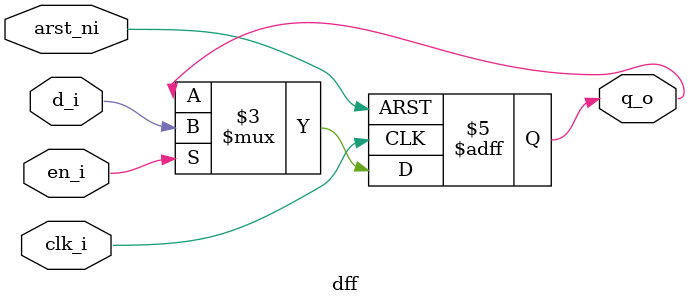
<source format=sv>
/*
The `dff` module is a D flip-flop with asynchronous active low reset
digital circuit design, commonly used for data storage and transfer.

The flip-flop samples the `d_i` input and updates the `q_o` output at the rising edge of the clock
`clk_i` if `en_i` is high. If `arst_ni` is low, the flip-flop resets the `q_o` output to
`RESET_VALUE` regardless of the clock or enable inputs.

Author : Foez Ahmed (foez.official@gmail.com)
<br>This file is part of squared-studio:common
<br>Copyright (c) 2024 squared-studio
<br>Licensed under the MIT License
<br>See LICENSE file in the project root for full license information
*/

module dff #(
  //The value that the flip-flop resets to when `arst_ni` is low
  parameter bit RESET_VALUE = '0
) (
  // This is the asynchronous active low reset input. When this input is low, the flip-flop resets to
  // `RESET_VALUE`
  input logic arst_ni,
  // This is the clock input. The flip-flop samples the `d_i` input at the rising edge of this clock
  input logic clk_i,

  // This is the enable input. When this input is high, the flip-flop samples the `d_i` input at the
  // next clock rising edge
  input logic en_i,
  // This is the data input. The value of this input is transferred to the output `q_o` at the
  // rising edge of the clock `clk_i` if `en_i` is high
  input logic d_i,

  // This is the data output. It holds the last value sampled from `d_i` at the rising edge of the
  // clock `clk_i` when `en_i` was high, or the `RESET_VALUE` if `arst_ni` was low
  output logic q_o
);

always_ff @(posedge clk_i or negedge arst_ni) begin
  if (~arst_ni) begin
    q_o <= RESET_VALUE;
  end else if (en_i) begin
    q_o <= d_i;
  end
end

endmodule

</source>
